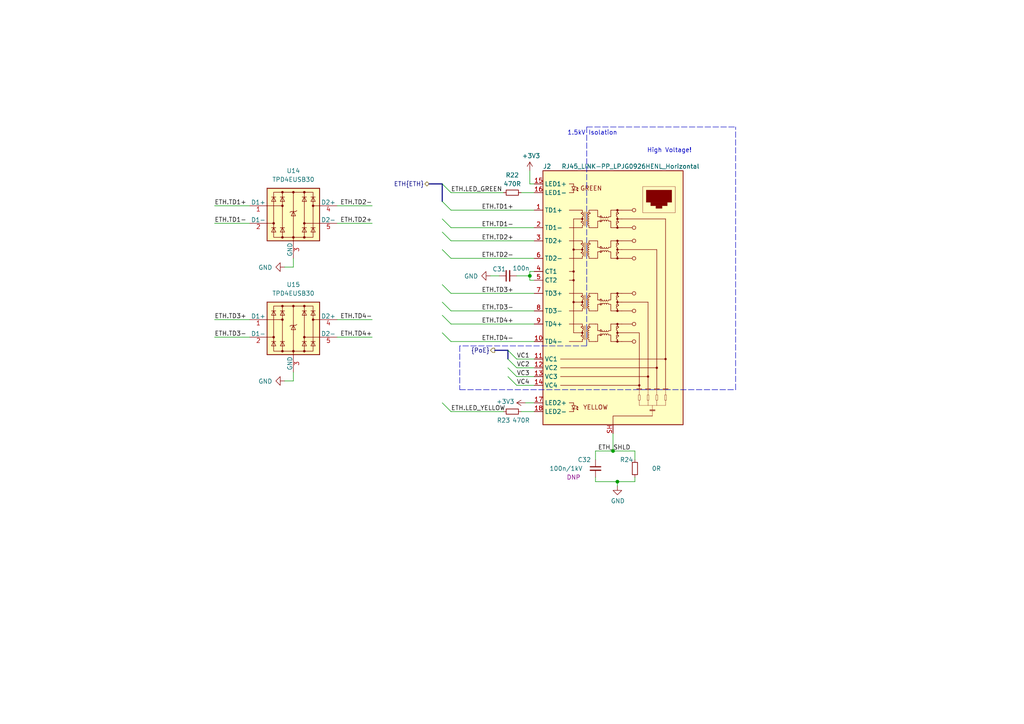
<source format=kicad_sch>
(kicad_sch (version 20210621) (generator eeschema)
  (paper "A4")
  (title_block (title "Ethernet") (date "2021-01-12") (rev "0.1") (company "Nabu Casa") (comment 1 "www.nabucasa.com") (comment 2 "Amber"))
  (lib_symbols
    (symbol "Device:C_Small" (pin_numbers hide) (pin_names (offset 0.254) hide)
      (property "Reference" "C" (at 0.254 1.778 0))
      (property "Value" "C_Small" (at 0.254 -2.032 0))
      (symbol "C_Small_0_1"
        (polyline (pts (xy -1.524 -0.508) (xy 1.524 -0.508)) (stroke (width 0.3302)))
        (polyline (pts (xy -1.524 0.508) (xy 1.524 0.508)) (stroke (width 0.3048)))
      )
      (symbol "C_Small_1_1"
        (pin passive line (at 0 2.54 270) (length 2.032) (name "~") (number "1"))
        (pin passive line (at 0 -2.54 90) (length 2.032) (name "~") (number "2"))
      )
    )
    (symbol "Device:R_Small" (pin_numbers hide) (pin_names (offset 0.254) hide)
      (property "Reference" "R" (at 0.762 0.508 0))
      (property "Value" "R_Small" (at 0.762 -1.016 0))
      (symbol "R_Small_0_1"
        (rectangle (start -0.762 1.778) (end 0.762 -1.778) (stroke (width 0.2032)))
      )
      (symbol "R_Small_1_1"
        (pin passive line (at 0 2.54 270) (length 0.762) (name "~") (number "1"))
        (pin passive line (at 0 -2.54 90) (length 0.762) (name "~") (number "2"))
      )
    )
    (symbol "Amber:RJ45_LINK-PP_LPJG0926HENL_Horizontal"
      (property "Reference" "J" (at -20.32 38.1 0))
      (property "Value" "RJ45_LINK-PP_LPJG0926HENL_Horizontal" (at 5.08 38.1 0))
      (symbol "RJ45_LINK-PP_LPJG0926HENL_Horizontal_0_0"
        (text "GREEN" (at -6.35 31.75 0) (effects (font (size 1.27 1.27))))
        (text "YELLOW" (at -5.08 -31.75 0) (effects (font (size 1.27 1.27))))
        (rectangle (start 7.366 -28.194) (end 7.874 -29.718) (stroke (width 0.0006)))
        (rectangle (start 8.636 32.258) (end 18.034 24.638) (stroke (width 0.0006)))
        (rectangle (start 9.906 -28.194) (end 10.414 -29.718) (stroke (width 0.0006)))
        (rectangle (start 12.446 -28.194) (end 12.954 -29.718) (stroke (width 0.0006)))
        (rectangle (start 14.986 -28.194) (end 15.494 -29.718) (stroke (width 0.0006)))
        (rectangle (start 9.652 31.242) (end 17.018 27.686) (stroke (width 0.0006)) (fill (type outline)))
        (rectangle (start 10.922 27.686) (end 15.748 26.67) (stroke (width 0.0006)) (fill (type outline)))
        (rectangle (start 12.446 26.67) (end 14.224 25.908) (stroke (width 0.0006)) (fill (type outline)))
        (polyline (pts (xy 7.62 -31.242) (xy 15.24 -31.242)) (stroke (width 0.0006)))
        (polyline (pts (xy 7.62 -29.718) (xy 7.62 -31.242)) (stroke (width 0.0006)))
        (polyline (pts (xy 7.62 -26.67) (xy 7.62 -28.194)) (stroke (width 0.0006)))
        (polyline (pts (xy 10.16 -29.718) (xy 10.16 -31.242)) (stroke (width 0.0006)))
        (polyline (pts (xy 10.16 -26.67) (xy 10.16 -28.194)) (stroke (width 0.0006)))
        (polyline (pts (xy 11.43 -34.29) (xy 11.43 -32.766)) (stroke (width 0.0006)))
        (polyline (pts (xy 11.43 -32.512) (xy 11.43 -31.242)) (stroke (width 0.0006)))
        (polyline (pts (xy 12.7 -29.718) (xy 12.7 -31.242)) (stroke (width 0.0006)))
        (polyline (pts (xy 12.7 -26.67) (xy 12.7 -28.194)) (stroke (width 0.0006)))
        (polyline (pts (xy 15.24 -29.718) (xy 15.24 -31.242)) (stroke (width 0.0006)))
        (polyline (pts (xy 15.24 -26.67) (xy 15.24 -28.194)) (stroke (width 0.0006)))
      )
      (symbol "RJ45_LINK-PP_LPJG0926HENL_Horizontal_0_1"
        (arc (start -8.89 -12.065) (end -8.89 -11.43) (radius (at -8.89 -11.7602) (length 0.3048) (angles -89.9 89.9)))
        (arc (start -8.89 -11.43) (end -8.89 -10.795) (radius (at -8.89 -11.1252) (length 0.3048) (angles -89.9 89.9)))
        (arc (start -8.89 -9.525) (end -8.89 -8.89) (radius (at -8.89 -9.2202) (length 0.3048) (angles -89.9 89.9)))
        (arc (start -8.89 -8.89) (end -8.89 -8.255) (radius (at -8.89 -8.5852) (length 0.3048) (angles -89.9 89.9)))
        (arc (start -8.89 -3.175) (end -8.89 -2.54) (radius (at -8.89 -2.8702) (length 0.3048) (angles -89.9 89.9)))
        (arc (start -8.89 -2.54) (end -8.89 -1.905) (radius (at -8.89 -2.2352) (length 0.3048) (angles -89.9 89.9)))
        (arc (start -8.89 -0.635) (end -8.89 0) (radius (at -8.89 -0.3302) (length 0.3048) (angles -89.9 89.9)))
        (arc (start -8.89 0) (end -8.89 0.635) (radius (at -8.89 0.3048) (length 0.3048) (angles -89.9 89.9)))
        (arc (start -8.89 12.065) (end -8.89 12.7) (radius (at -8.89 12.3698) (length 0.3048) (angles -89.9 89.9)))
        (arc (start -8.89 12.7) (end -8.89 13.335) (radius (at -8.89 13.0048) (length 0.3048) (angles -89.9 89.9)))
        (arc (start -8.89 14.605) (end -8.89 15.24) (radius (at -8.89 14.9098) (length 0.3048) (angles -89.9 89.9)))
        (arc (start -8.89 15.24) (end -8.89 15.875) (radius (at -8.89 15.5448) (length 0.3048) (angles -89.9 89.9)))
        (arc (start -8.89 20.955) (end -8.89 21.59) (radius (at -8.89 21.2598) (length 0.3048) (angles -89.9 89.9)))
        (arc (start -8.89 21.59) (end -8.89 22.225) (radius (at -8.89 21.8948) (length 0.3048) (angles -89.9 89.9)))
        (arc (start -8.89 23.495) (end -8.89 24.13) (radius (at -8.89 23.7998) (length 0.3048) (angles -89.9 89.9)))
        (arc (start -8.89 24.13) (end -8.89 24.765) (radius (at -8.89 24.4348) (length 0.3048) (angles -89.9 89.9)))
        (arc (start -6.985 -11.43) (end -6.985 -12.065) (radius (at -6.985 -11.7348) (length 0.3048) (angles 90.1 -90.1)))
        (arc (start -6.985 -10.795) (end -6.985 -11.43) (radius (at -6.985 -11.0998) (length 0.3048) (angles 90.1 -90.1)))
        (arc (start -6.985 -10.16) (end -6.985 -10.795) (radius (at -6.985 -10.4648) (length 0.3048) (angles 90.1 -90.1)))
        (arc (start -6.985 -9.525) (end -6.985 -10.16) (radius (at -6.985 -9.8298) (length 0.3048) (angles 90.1 -90.1)))
        (arc (start -6.985 -8.89) (end -6.985 -9.525) (radius (at -6.985 -9.1948) (length 0.3048) (angles 90.1 -90.1)))
        (arc (start -6.985 -8.255) (end -6.985 -8.89) (radius (at -6.985 -8.5598) (length 0.3048) (angles 90.1 -90.1)))
        (arc (start -6.985 -2.54) (end -6.985 -3.175) (radius (at -6.985 -2.8448) (length 0.3048) (angles 90.1 -90.1)))
        (arc (start -6.985 -1.905) (end -6.985 -2.54) (radius (at -6.985 -2.2098) (length 0.3048) (angles 90.1 -90.1)))
        (arc (start -6.985 -1.27) (end -6.985 -1.905) (radius (at -6.985 -1.5748) (length 0.3048) (angles 90.1 -90.1)))
        (arc (start -6.985 -0.635) (end -6.985 -1.27) (radius (at -6.985 -0.9398) (length 0.3048) (angles 90.1 -90.1)))
        (arc (start -6.985 0) (end -6.985 -0.635) (radius (at -6.985 -0.3048) (length 0.3048) (angles 90.1 -90.1)))
        (arc (start -6.985 0.635) (end -6.985 0) (radius (at -6.985 0.3302) (length 0.3048) (angles 90.1 -90.1)))
        (arc (start -6.985 12.7) (end -6.985 12.065) (radius (at -6.985 12.3952) (length 0.3048) (angles 90.1 -90.1)))
        (arc (start -6.985 13.335) (end -6.985 12.7) (radius (at -6.985 13.0302) (length 0.3048) (angles 90.1 -90.1)))
        (arc (start -6.985 13.97) (end -6.985 13.335) (radius (at -6.985 13.6652) (length 0.3048) (angles 90.1 -90.1)))
        (arc (start -6.985 14.605) (end -6.985 13.97) (radius (at -6.985 14.3002) (length 0.3048) (angles 90.1 -90.1)))
        (arc (start -6.985 15.24) (end -6.985 14.605) (radius (at -6.985 14.9352) (length 0.3048) (angles 90.1 -90.1)))
        (arc (start -6.985 15.875) (end -6.985 15.24) (radius (at -6.985 15.5702) (length 0.3048) (angles 90.1 -90.1)))
        (arc (start -6.985 21.59) (end -6.985 20.955) (radius (at -6.985 21.2852) (length 0.3048) (angles 90.1 -90.1)))
        (arc (start -6.985 22.225) (end -6.985 21.59) (radius (at -6.985 21.9202) (length 0.3048) (angles 90.1 -90.1)))
        (arc (start -6.985 22.86) (end -6.985 22.225) (radius (at -6.985 22.5552) (length 0.3048) (angles 90.1 -90.1)))
        (arc (start -6.985 23.495) (end -6.985 22.86) (radius (at -6.985 23.1902) (length 0.3048) (angles 90.1 -90.1)))
        (arc (start -6.985 24.13) (end -6.985 23.495) (radius (at -6.985 23.8252) (length 0.3048) (angles 90.1 -90.1)))
        (arc (start -6.985 24.765) (end -6.985 24.13) (radius (at -6.985 24.4602) (length 0.3048) (angles 90.1 -90.1)))
        (arc (start -3.81 -9.525) (end -3.175 -9.525) (radius (at -3.5052 -9.525) (length 0.3048) (angles -179.9 -0.1)))
        (arc (start -3.81 -0.635) (end -3.175 -0.635) (radius (at -3.5052 -0.635) (length 0.3048) (angles -179.9 -0.1)))
        (arc (start -3.81 14.605) (end -3.175 14.605) (radius (at -3.5052 14.605) (length 0.3048) (angles -179.9 -0.1)))
        (arc (start -3.81 23.495) (end -3.175 23.495) (radius (at -3.5052 23.495) (length 0.3048) (angles -179.9 -0.1)))
        (arc (start -3.175 -10.795) (end -3.81 -10.795) (radius (at -3.4798 -10.795) (length 0.3048) (angles 0.1 179.9)))
        (arc (start -3.175 -1.905) (end -3.81 -1.905) (radius (at -3.4798 -1.905) (length 0.3048) (angles 0.1 179.9)))
        (arc (start -3.175 13.335) (end -3.81 13.335) (radius (at -3.4798 13.335) (length 0.3048) (angles 0.1 179.9)))
        (arc (start -3.175 22.225) (end -3.81 22.225) (radius (at -3.4798 22.225) (length 0.3048) (angles 0.1 179.9)))
        (arc (start -3.175 -9.525) (end -2.54 -9.525) (radius (at -2.8702 -9.525) (length 0.3048) (angles -179.9 -0.1)))
        (arc (start -3.175 -0.635) (end -2.54 -0.635) (radius (at -2.8702 -0.635) (length 0.3048) (angles -179.9 -0.1)))
        (arc (start -3.175 14.605) (end -2.54 14.605) (radius (at -2.8702 14.605) (length 0.3048) (angles -179.9 -0.1)))
        (arc (start -3.175 23.495) (end -2.54 23.495) (radius (at -2.8702 23.495) (length 0.3048) (angles -179.9 -0.1)))
        (arc (start -2.54 -10.795) (end -3.175 -10.795) (radius (at -2.8448 -10.795) (length 0.3048) (angles 0.1 179.9)))
        (arc (start -2.54 -1.905) (end -3.175 -1.905) (radius (at -2.8448 -1.905) (length 0.3048) (angles 0.1 179.9)))
        (arc (start -2.54 13.335) (end -3.175 13.335) (radius (at -2.8448 13.335) (length 0.3048) (angles 0.1 179.9)))
        (arc (start -2.54 22.225) (end -3.175 22.225) (radius (at -2.8448 22.225) (length 0.3048) (angles 0.1 179.9)))
        (arc (start -2.54 -9.525) (end -1.905 -9.525) (radius (at -2.2352 -9.525) (length 0.3048) (angles -179.9 -0.1)))
        (arc (start -2.54 -0.635) (end -1.905 -0.635) (radius (at -2.2352 -0.635) (length 0.3048) (angles -179.9 -0.1)))
        (arc (start -2.54 14.605) (end -1.905 14.605) (radius (at -2.2352 14.605) (length 0.3048) (angles -179.9 -0.1)))
        (arc (start -2.54 23.495) (end -1.905 23.495) (radius (at -2.2352 23.495) (length 0.3048) (angles -179.9 -0.1)))
        (arc (start -1.905 -10.795) (end -2.54 -10.795) (radius (at -2.2098 -10.795) (length 0.3048) (angles 0.1 179.9)))
        (arc (start -1.905 -1.905) (end -2.54 -1.905) (radius (at -2.2098 -1.905) (length 0.3048) (angles 0.1 179.9)))
        (arc (start -1.905 13.335) (end -2.54 13.335) (radius (at -2.2098 13.335) (length 0.3048) (angles 0.1 179.9)))
        (arc (start -1.905 22.225) (end -2.54 22.225) (radius (at -2.2098 22.225) (length 0.3048) (angles 0.1 179.9)))
        (arc (start -1.905 -9.525) (end -1.27 -9.525) (radius (at -1.6002 -9.525) (length 0.3048) (angles -179.9 -0.1)))
        (arc (start -1.905 -0.635) (end -1.27 -0.635) (radius (at -1.6002 -0.635) (length 0.3048) (angles -179.9 -0.1)))
        (arc (start -1.905 14.605) (end -1.27 14.605) (radius (at -1.6002 14.605) (length 0.3048) (angles -179.9 -0.1)))
        (arc (start -1.905 23.495) (end -1.27 23.495) (radius (at -1.6002 23.495) (length 0.3048) (angles -179.9 -0.1)))
        (arc (start -1.27 -10.795) (end -1.905 -10.795) (radius (at -1.5748 -10.795) (length 0.3048) (angles 0.1 179.9)))
        (arc (start -1.27 -1.905) (end -1.905 -1.905) (radius (at -1.5748 -1.905) (length 0.3048) (angles 0.1 179.9)))
        (arc (start -1.27 13.335) (end -1.905 13.335) (radius (at -1.5748 13.335) (length 0.3048) (angles 0.1 179.9)))
        (arc (start -1.27 22.225) (end -1.905 22.225) (radius (at -1.5748 22.225) (length 0.3048) (angles 0.1 179.9)))
        (arc (start 1.27 -11.43) (end 1.27 -12.065) (radius (at 1.27 -11.7602) (length 0.3048) (angles 90.1 -90.1)))
        (arc (start 1.27 -10.795) (end 1.27 -11.43) (radius (at 1.27 -11.1252) (length 0.3048) (angles 90.1 -90.1)))
        (arc (start 1.27 -8.89) (end 1.27 -9.525) (radius (at 1.27 -9.2202) (length 0.3048) (angles 90.1 -90.1)))
        (arc (start 1.27 -8.255) (end 1.27 -8.89) (radius (at 1.27 -8.5852) (length 0.3048) (angles 90.1 -90.1)))
        (arc (start 1.27 -2.54) (end 1.27 -3.175) (radius (at 1.27 -2.8702) (length 0.3048) (angles 90.1 -90.1)))
        (arc (start 1.27 -1.905) (end 1.27 -2.54) (radius (at 1.27 -2.2352) (length 0.3048) (angles 90.1 -90.1)))
        (arc (start 1.27 0) (end 1.27 -0.635) (radius (at 1.27 -0.3302) (length 0.3048) (angles 90.1 -90.1)))
        (arc (start 1.27 0.635) (end 1.27 0) (radius (at 1.27 0.3048) (length 0.3048) (angles 90.1 -90.1)))
        (arc (start 1.27 12.7) (end 1.27 12.065) (radius (at 1.27 12.3698) (length 0.3048) (angles 90.1 -90.1)))
        (arc (start 1.27 13.335) (end 1.27 12.7) (radius (at 1.27 13.0048) (length 0.3048) (angles 90.1 -90.1)))
        (arc (start 1.27 15.24) (end 1.27 14.605) (radius (at 1.27 14.9098) (length 0.3048) (angles 90.1 -90.1)))
        (arc (start 1.27 15.875) (end 1.27 15.24) (radius (at 1.27 15.5448) (length 0.3048) (angles 90.1 -90.1)))
        (arc (start 1.27 21.59) (end 1.27 20.955) (radius (at 1.27 21.2598) (length 0.3048) (angles 90.1 -90.1)))
        (arc (start 1.27 22.225) (end 1.27 21.59) (radius (at 1.27 21.8948) (length 0.3048) (angles 90.1 -90.1)))
        (arc (start 1.27 24.13) (end 1.27 23.495) (radius (at 1.27 23.7998) (length 0.3048) (angles 90.1 -90.1)))
        (arc (start 1.27 24.765) (end 1.27 24.13) (radius (at 1.27 24.4348) (length 0.3048) (angles 90.1 -90.1)))
        (circle (center 6.096 -12.7) (radius 0.508))
        (circle (center 6.096 -7.62) (radius 0.508))
        (circle (center 6.096 -3.81) (radius 0.508))
        (circle (center 6.096 1.27) (radius 0.508))
        (circle (center 6.096 11.43) (radius 0.508))
        (circle (center 6.096 16.51) (radius 0.508))
        (circle (center 6.096 20.32) (radius 0.508))
        (circle (center 6.096 25.4) (radius 0.508))
        (circle (center -11.43 -1.27) (radius 0.254) (fill (type outline)))
        (circle (center -11.43 5.08) (radius 0.254) (fill (type outline)))
        (circle (center -11.43 7.62) (radius 0.254) (fill (type outline)))
        (circle (center -11.43 13.97) (radius 0.254) (fill (type outline)))
        (circle (center -9.144 -11.049) (radius 0.127) (fill (type outline)))
        (circle (center -9.144 -8.509) (radius 0.127) (fill (type outline)))
        (circle (center -9.144 -2.159) (radius 0.127) (fill (type outline)))
        (circle (center -9.144 0.381) (radius 0.127) (fill (type outline)))
        (circle (center -9.144 13.081) (radius 0.127) (fill (type outline)))
        (circle (center -9.144 15.621) (radius 0.127) (fill (type outline)))
        (circle (center -9.144 21.971) (radius 0.127) (fill (type outline)))
        (circle (center -9.144 24.511) (radius 0.127) (fill (type outline)))
        (circle (center -8.89 -10.16) (radius 0.254) (fill (type outline)))
        (circle (center -8.89 -1.27) (radius 0.254) (fill (type outline)))
        (circle (center -8.89 13.97) (radius 0.254) (fill (type outline)))
        (circle (center -8.89 22.86) (radius 0.254) (fill (type outline)))
        (circle (center -6.731 -8.509) (radius 0.127) (fill (type outline)))
        (circle (center -6.731 0.381) (radius 0.127) (fill (type outline)))
        (circle (center -6.731 15.621) (radius 0.127) (fill (type outline)))
        (circle (center -6.731 24.511) (radius 0.127) (fill (type outline)))
        (circle (center -3.5306 -10.8966) (radius 0.127) (fill (type outline)))
        (circle (center -3.5306 -9.3726) (radius 0.127) (fill (type outline)))
        (circle (center -3.5306 -2.0066) (radius 0.127) (fill (type outline)))
        (circle (center -3.5306 -0.4826) (radius 0.127) (fill (type outline)))
        (circle (center -3.5306 13.2334) (radius 0.127) (fill (type outline)))
        (circle (center -3.5306 14.7574) (radius 0.127) (fill (type outline)))
        (circle (center -3.5306 22.1234) (radius 0.127) (fill (type outline)))
        (circle (center -3.5306 23.6474) (radius 0.127) (fill (type outline)))
        (circle (center 1.27 -12.7) (radius 0.254) (fill (type outline)))
        (circle (center 1.27 -10.16) (radius 0.254) (fill (type outline)))
        (circle (center 1.27 -7.62) (radius 0.254) (fill (type outline)))
        (circle (center 1.27 -3.81) (radius 0.254) (fill (type outline)))
        (circle (center 1.27 -1.27) (radius 0.254) (fill (type outline)))
        (circle (center 1.27 1.27) (radius 0.254) (fill (type outline)))
        (circle (center 1.27 11.43) (radius 0.254) (fill (type outline)))
        (circle (center 1.27 13.97) (radius 0.254) (fill (type outline)))
        (circle (center 1.27 16.51) (radius 0.254) (fill (type outline)))
        (circle (center 1.27 20.32) (radius 0.254) (fill (type outline)))
        (circle (center 1.27 22.86) (radius 0.254) (fill (type outline)))
        (circle (center 1.27 25.4) (radius 0.254) (fill (type outline)))
        (circle (center 1.524 -11.049) (radius 0.127) (fill (type outline)))
        (circle (center 1.524 -8.509) (radius 0.127) (fill (type outline)))
        (circle (center 1.524 -2.159) (radius 0.127) (fill (type outline)))
        (circle (center 1.524 0.381) (radius 0.127) (fill (type outline)))
        (circle (center 1.524 13.081) (radius 0.127) (fill (type outline)))
        (circle (center 1.524 15.621) (radius 0.127) (fill (type outline)))
        (circle (center 1.524 21.971) (radius 0.127) (fill (type outline)))
        (circle (center 1.524 24.511) (radius 0.127) (fill (type outline)))
        (circle (center 7.62 -25.4) (radius 0.254) (fill (type outline)))
        (circle (center 10.16 -22.86) (radius 0.254) (fill (type outline)))
        (circle (center 12.7 -20.32) (radius 0.254) (fill (type outline)))
        (circle (center 15.24 -17.78) (radius 0.254) (fill (type outline)))
        (rectangle (start -20.32 36.83) (end 20.32 -36.83) (stroke (width 0.254)) (fill (type background)))
        (polyline (pts (xy -15.24 -25.4) (xy 7.62 -25.4)))
        (polyline (pts (xy -15.24 -22.86) (xy 10.16 -22.86)))
        (polyline (pts (xy -15.24 -20.32) (xy 12.7 -20.32)))
        (polyline (pts (xy -15.24 -17.78) (xy 15.24 -17.78)))
        (polyline (pts (xy -12.7 -12.7) (xy -8.89 -12.7)))
        (polyline (pts (xy -12.7 -7.62) (xy -8.89 -7.62)))
        (polyline (pts (xy -12.7 -3.81) (xy -8.89 -3.81)))
        (polyline (pts (xy -12.7 1.27) (xy -8.89 1.27)))
        (polyline (pts (xy -12.7 5.08) (xy -11.43 5.08)))
        (polyline (pts (xy -12.7 7.62) (xy -11.43 7.62)))
        (polyline (pts (xy -12.7 11.43) (xy -8.89 11.43)))
        (polyline (pts (xy -12.7 16.51) (xy -8.89 16.51)))
        (polyline (pts (xy -12.7 20.32) (xy -8.89 20.32)))
        (polyline (pts (xy -12.7 25.4) (xy -8.89 25.4)))
        (polyline (pts (xy -11.43 -10.16) (xy -11.43 22.86)))
        (polyline (pts (xy -11.43 -10.16) (xy -8.89 -10.16)))
        (polyline (pts (xy -11.43 -1.27) (xy -8.89 -1.27)))
        (polyline (pts (xy -11.43 13.97) (xy -8.89 13.97)))
        (polyline (pts (xy -11.43 22.86) (xy -8.89 22.86)))
        (polyline (pts (xy -8.89 -12.7) (xy -8.89 -12.065)))
        (polyline (pts (xy -8.89 -10.16) (xy -8.89 -10.795)))
        (polyline (pts (xy -8.89 -10.16) (xy -8.89 -9.525)))
        (polyline (pts (xy -8.89 -7.62) (xy -8.89 -8.255)))
        (polyline (pts (xy -8.89 -3.81) (xy -8.89 -3.175)))
        (polyline (pts (xy -8.89 -1.27) (xy -8.89 -1.905)))
        (polyline (pts (xy -8.89 -1.27) (xy -8.89 -0.635)))
        (polyline (pts (xy -8.89 1.27) (xy -8.89 0.635)))
        (polyline (pts (xy -8.89 11.43) (xy -8.89 12.065)))
        (polyline (pts (xy -8.89 13.97) (xy -8.89 13.335)))
        (polyline (pts (xy -8.89 13.97) (xy -8.89 14.605)))
        (polyline (pts (xy -8.89 16.51) (xy -8.89 15.875)))
        (polyline (pts (xy -8.89 20.32) (xy -8.89 20.955)))
        (polyline (pts (xy -8.89 22.86) (xy -8.89 22.225)))
        (polyline (pts (xy -8.89 22.86) (xy -8.89 23.495)))
        (polyline (pts (xy -8.89 25.4) (xy -8.89 24.765)))
        (polyline (pts (xy -8.128 -12.192) (xy -8.128 -8.128)))
        (polyline (pts (xy -8.128 -3.302) (xy -8.128 0.762)))
        (polyline (pts (xy -8.128 11.938) (xy -8.128 16.002)))
        (polyline (pts (xy -8.128 20.828) (xy -8.128 24.892)))
        (polyline (pts (xy -7.62 -12.192) (xy -7.62 -8.128)))
        (polyline (pts (xy -7.62 -3.302) (xy -7.62 0.762)))
        (polyline (pts (xy -7.62 11.938) (xy -7.62 16.002)))
        (polyline (pts (xy -7.62 20.828) (xy -7.62 24.892)))
        (polyline (pts (xy -4.445 -9.525) (xy -3.81 -9.525)))
        (polyline (pts (xy -4.445 -0.635) (xy -3.81 -0.635)))
        (polyline (pts (xy -4.445 14.605) (xy -3.81 14.605)))
        (polyline (pts (xy -4.445 23.495) (xy -3.81 23.495)))
        (polyline (pts (xy -0.635 -12.7) (xy 0.635 -12.7)))
        (polyline (pts (xy -0.635 -7.62) (xy 0.635 -7.62)))
        (polyline (pts (xy -0.635 -3.81) (xy 0.635 -3.81)))
        (polyline (pts (xy -0.635 1.27) (xy 0.635 1.27)))
        (polyline (pts (xy -0.635 11.43) (xy 0.635 11.43)))
        (polyline (pts (xy -0.635 16.51) (xy 0.635 16.51)))
        (polyline (pts (xy -0.635 20.32) (xy 0.635 20.32)))
        (polyline (pts (xy -0.635 25.4) (xy 0.635 25.4)))
        (polyline (pts (xy 1.27 -12.7) (xy 1.27 -12.065)))
        (polyline (pts (xy 1.27 -10.16) (xy 1.27 -10.795)))
        (polyline (pts (xy 1.27 -10.16) (xy 1.27 -9.525)))
        (polyline (pts (xy 1.27 -7.62) (xy 1.27 -8.255)))
        (polyline (pts (xy 1.27 -3.81) (xy 1.27 -3.175)))
        (polyline (pts (xy 1.27 -1.27) (xy 1.27 -1.905)))
        (polyline (pts (xy 1.27 -1.27) (xy 1.27 -0.635)))
        (polyline (pts (xy 1.27 1.27) (xy 1.27 0.635)))
        (polyline (pts (xy 1.27 11.43) (xy 1.27 12.065)))
        (polyline (pts (xy 1.27 13.97) (xy 1.27 13.335)))
        (polyline (pts (xy 1.27 13.97) (xy 1.27 14.605)))
        (polyline (pts (xy 1.27 16.51) (xy 1.27 15.875)))
        (polyline (pts (xy 1.27 20.32) (xy 1.27 20.955)))
        (polyline (pts (xy 1.27 22.86) (xy 1.27 22.225)))
        (polyline (pts (xy 1.27 22.86) (xy 1.27 23.495)))
        (polyline (pts (xy 1.27 25.4) (xy 1.27 24.765)))
        (polyline (pts (xy 2.54 -12.7) (xy 1.27 -12.7)))
        (polyline (pts (xy 2.54 -12.7) (xy 5.588 -12.7)))
        (polyline (pts (xy 2.54 -10.16) (xy 1.27 -10.16)))
        (polyline (pts (xy 2.54 -10.16) (xy 7.62 -10.16)))
        (polyline (pts (xy 2.54 -7.62) (xy 1.27 -7.62)))
        (polyline (pts (xy 2.54 -7.62) (xy 5.588 -7.62)))
        (polyline (pts (xy 2.54 -3.81) (xy 1.27 -3.81)))
        (polyline (pts (xy 2.54 -3.81) (xy 5.588 -3.81)))
        (polyline (pts (xy 2.54 -1.27) (xy 1.27 -1.27)))
        (polyline (pts (xy 2.54 -1.27) (xy 10.16 -1.27)))
        (polyline (pts (xy 2.54 1.27) (xy 1.27 1.27)))
        (polyline (pts (xy 2.54 1.27) (xy 5.588 1.27)))
        (polyline (pts (xy 2.54 11.43) (xy 1.27 11.43)))
        (polyline (pts (xy 2.54 11.43) (xy 5.588 11.43)))
        (polyline (pts (xy 2.54 13.97) (xy 1.27 13.97)))
        (polyline (pts (xy 2.54 13.97) (xy 12.7 13.97)))
        (polyline (pts (xy 2.54 16.51) (xy 1.27 16.51)))
        (polyline (pts (xy 2.54 16.51) (xy 5.588 16.51)))
        (polyline (pts (xy 2.54 20.32) (xy 1.27 20.32)))
        (polyline (pts (xy 2.54 20.32) (xy 5.588 20.32)))
        (polyline (pts (xy 2.54 22.86) (xy 1.27 22.86)))
        (polyline (pts (xy 2.54 25.4) (xy 1.27 25.4)))
        (polyline (pts (xy 2.54 25.4) (xy 5.588 25.4)))
        (polyline (pts (xy 7.62 -26.416) (xy 7.62 -10.16)))
        (polyline (pts (xy 8.382 -26.67) (xy 6.858 -26.67)))
        (polyline (pts (xy 8.382 -26.416) (xy 6.858 -26.416)))
        (polyline (pts (xy 10.16 -26.416) (xy 10.16 -1.27)))
        (polyline (pts (xy 10.922 -26.67) (xy 9.398 -26.67)))
        (polyline (pts (xy 10.922 -26.416) (xy 9.398 -26.416)))
        (polyline (pts (xy 12.192 -32.766) (xy 10.668 -32.766)))
        (polyline (pts (xy 12.192 -32.512) (xy 10.668 -32.512)))
        (polyline (pts (xy 12.7 -26.416) (xy 12.7 13.97)))
        (polyline (pts (xy 13.462 -26.67) (xy 11.938 -26.67)))
        (polyline (pts (xy 13.462 -26.416) (xy 11.938 -26.416)))
        (polyline (pts (xy 15.24 -26.416) (xy 15.24 22.86)))
        (polyline (pts (xy 15.24 22.86) (xy 2.54 22.86)))
        (polyline (pts (xy 16.002 -26.67) (xy 14.478 -26.67)))
        (polyline (pts (xy 16.002 -26.416) (xy 14.478 -26.416)))
        (polyline (pts (xy -6.985 -12.065) (xy -6.985 -12.7) (xy -5.08 -12.7)))
        (polyline (pts (xy -6.985 -8.255) (xy -6.985 -7.62) (xy -5.08 -7.62)))
        (polyline (pts (xy -6.985 -3.175) (xy -6.985 -3.81) (xy -5.08 -3.81)))
        (polyline (pts (xy -6.985 0.635) (xy -6.985 1.27) (xy -5.08 1.27)))
        (polyline (pts (xy -6.985 12.065) (xy -6.985 11.43) (xy -5.08 11.43)))
        (polyline (pts (xy -6.985 15.875) (xy -6.985 16.51) (xy -5.08 16.51)))
        (polyline (pts (xy -6.985 20.955) (xy -6.985 20.32) (xy -5.08 20.32)))
        (polyline (pts (xy -6.985 24.765) (xy -6.985 25.4) (xy -5.08 25.4)))
        (polyline (pts (xy -5.08 -7.62) (xy -4.445 -7.62) (xy -4.445 -9.525)))
        (polyline (pts (xy -5.08 1.27) (xy -4.445 1.27) (xy -4.445 -0.635)))
        (polyline (pts (xy -5.08 16.51) (xy -4.445 16.51) (xy -4.445 14.605)))
        (polyline (pts (xy -5.08 25.4) (xy -4.445 25.4) (xy -4.445 23.495)))
        (polyline (pts (xy -1.27 -10.795) (xy -0.635 -10.795) (xy -0.635 -12.7)))
        (polyline (pts (xy -1.27 -9.525) (xy -0.635 -9.525) (xy -0.635 -7.62)))
        (polyline (pts (xy -1.27 -1.905) (xy -0.635 -1.905) (xy -0.635 -3.81)))
        (polyline (pts (xy -1.27 -0.635) (xy -0.635 -0.635) (xy -0.635 1.27)))
        (polyline (pts (xy -1.27 13.335) (xy -0.635 13.335) (xy -0.635 11.43)))
        (polyline (pts (xy -1.27 14.605) (xy -0.635 14.605) (xy -0.635 16.51)))
        (polyline (pts (xy -1.27 22.225) (xy -0.635 22.225) (xy -0.635 20.32)))
        (polyline (pts (xy -1.27 23.495) (xy -0.635 23.495) (xy -0.635 25.4)))
        (polyline (pts (xy 0.635 -12.7) (xy 1.27 -12.7) (xy 1.27 -12.065)))
        (polyline (pts (xy 0.635 -7.62) (xy 1.27 -7.62) (xy 1.27 -8.255)))
        (polyline (pts (xy 0.635 -3.81) (xy 1.27 -3.81) (xy 1.27 -3.175)))
        (polyline (pts (xy 0.635 1.27) (xy 1.27 1.27) (xy 1.27 0.635)))
        (polyline (pts (xy 0.635 11.43) (xy 1.27 11.43) (xy 1.27 12.065)))
        (polyline (pts (xy 0.635 16.51) (xy 1.27 16.51) (xy 1.27 15.875)))
        (polyline (pts (xy 0.635 20.32) (xy 1.27 20.32) (xy 1.27 20.955)))
        (polyline (pts (xy 0.635 25.4) (xy 1.27 25.4) (xy 1.27 24.765)))
        (polyline (pts (xy 11.43 -34.29) (xy 0 -34.29) (xy 0 -36.83)))
        (polyline (pts (xy -5.08 -12.7) (xy -4.445 -12.7) (xy -4.445 -10.795) (xy -3.81 -10.795)))
        (polyline (pts (xy -5.08 -3.81) (xy -4.445 -3.81) (xy -4.445 -1.905) (xy -3.81 -1.905)))
        (polyline (pts (xy -5.08 11.43) (xy -4.445 11.43) (xy -4.445 13.335) (xy -3.81 13.335)))
        (polyline (pts (xy -5.08 20.32) (xy -4.445 20.32) (xy -4.445 22.225) (xy -3.81 22.225)))
      )
      (symbol "RJ45_LINK-PP_LPJG0926HENL_Horizontal_1_1"
        (polyline (pts (xy -12.7 -33.02) (xy -11.43 -33.02)))
        (polyline (pts (xy -12.7 -30.48) (xy -11.43 -30.48)))
        (polyline (pts (xy -12.7 30.48) (xy -11.43 30.48)))
        (polyline (pts (xy -12.7 33.02) (xy -11.43 33.02)))
        (polyline (pts (xy -11.938 -32.258) (xy -10.922 -32.258)))
        (polyline (pts (xy -11.938 31.242) (xy -10.922 31.242)))
        (polyline (pts (xy -11.43 -33.02) (xy -11.43 -32.258)))
        (polyline (pts (xy -11.43 -30.48) (xy -11.43 -31.242)))
        (polyline (pts (xy -11.43 30.48) (xy -11.43 31.242)))
        (polyline (pts (xy -11.43 33.02) (xy -11.43 32.258)))
        (polyline (pts (xy -10.16 -32.512) (xy -10.287 -32.131)))
        (polyline (pts (xy -10.16 -31.877) (xy -10.287 -31.496)))
        (polyline (pts (xy -10.16 30.988) (xy -10.287 31.369)))
        (polyline (pts (xy -10.16 31.623) (xy -10.287 32.004)))
        (polyline (pts (xy -10.668 -32.004) (xy -10.16 -32.512) (xy -10.541 -32.385)))
        (polyline (pts (xy -10.668 -31.369) (xy -10.16 -31.877) (xy -10.541 -31.75)))
        (polyline (pts (xy -10.668 31.496) (xy -10.16 30.988) (xy -10.541 31.115)))
        (polyline (pts (xy -10.668 32.131) (xy -10.16 31.623) (xy -10.541 31.75)))
        (polyline (pts (xy -11.43 -32.258) (xy -11.938 -31.242) (xy -10.922 -31.242) (xy -11.43 -32.258)))
        (polyline (pts (xy -11.43 31.242) (xy -11.938 32.258) (xy -10.922 32.258) (xy -11.43 31.242)))
        (pin passive line (at -22.86 25.4 0) (length 2.54) (name "TD1+") (number "1"))
        (pin passive line (at -22.86 -12.7 0) (length 2.54) (name "TD4-") (number "10"))
        (pin passive line (at -22.86 -17.78 0) (length 2.54) (name "VC1") (number "11"))
        (pin passive line (at -22.86 -20.32 0) (length 2.54) (name "VC2") (number "12"))
        (pin passive line (at -22.86 -22.86 0) (length 2.54) (name "VC3") (number "13"))
        (pin passive line (at -22.86 -25.4 0) (length 2.54) (name "VC4") (number "14"))
        (pin passive line (at -22.86 33.02 0) (length 2.54) (name "LED1+") (number "15"))
        (pin passive line (at -22.86 30.48 0) (length 2.54) (name "LED1-") (number "16"))
        (pin passive line (at -22.86 -30.48 0) (length 2.54) (name "LED2+") (number "17"))
        (pin passive line (at -22.86 -33.02 0) (length 2.54) (name "LED2-") (number "18"))
        (pin passive line (at -22.86 20.32 0) (length 2.54) (name "TD1-") (number "2"))
        (pin passive line (at -22.86 16.51 0) (length 2.54) (name "TD2+") (number "3"))
        (pin passive line (at -22.86 7.62 0) (length 2.54) (name "CT1") (number "4"))
        (pin passive line (at -22.86 5.08 0) (length 2.54) (name "CT2") (number "5"))
        (pin passive line (at -22.86 11.43 0) (length 2.54) (name "TD2-") (number "6"))
        (pin passive line (at -22.86 1.27 0) (length 2.54) (name "TD3+") (number "7"))
        (pin passive line (at -22.86 -3.81 0) (length 2.54) (name "TD3-") (number "8"))
        (pin passive line (at -22.86 -7.62 0) (length 2.54) (name "TD4+") (number "9"))
        (pin passive line (at 0 -39.37 90) (length 2.54) (name "~") (number "SH"))
      )
    )
    (symbol "Amber:TPD4EUSB30" (pin_names (offset 0))
      (property "Reference" "U" (at -0.635 8.89 0))
      (property "Value" "TPD4EUSB30" (at 8.89 -10.16 0))
      (symbol "TPD4EUSB30_0_0"
        (rectangle (start -5.715 6.477) (end 5.715 -6.604))
        (polyline (pts (xy -3.175 -6.604) (xy -3.175 6.477)))
        (polyline (pts (xy 0 6.477) (xy 0 -6.604)))
        (polyline (pts (xy 3.175 6.477) (xy 3.175 -6.604)))
      )
      (symbol "TPD4EUSB30_0_1"
        (circle (center -5.715 -2.54) (radius 0.2794) (fill (type outline)))
        (circle (center -3.175 -6.604) (radius 0.2794) (fill (type outline)))
        (circle (center -3.175 2.54) (radius 0.2794) (fill (type outline)))
        (circle (center -3.175 6.477) (radius 0.2794) (fill (type outline)))
        (circle (center 0 -6.604) (radius 0.2794) (fill (type outline)))
        (circle (center 0 6.477) (radius 0.2794) (fill (type outline)))
        (circle (center 3.175 -6.604) (radius 0.2794) (fill (type outline)))
        (circle (center 3.175 -2.54) (radius 0.2794) (fill (type outline)))
        (circle (center 3.175 6.477) (radius 0.2794) (fill (type outline)))
        (circle (center 5.715 2.54) (radius 0.2794) (fill (type outline)))
        (rectangle (start -7.62 7.62) (end 7.62 -7.62) (stroke (width 0.254)) (fill (type background)))
        (polyline (pts (xy -7.747 2.54) (xy -3.175 2.54)))
        (polyline (pts (xy -7.62 -2.54) (xy -5.715 -2.54)))
        (polyline (pts (xy -5.08 -3.81) (xy -6.35 -3.81)))
        (polyline (pts (xy -5.08 5.08) (xy -6.35 5.08)))
        (polyline (pts (xy -2.54 -3.81) (xy -3.81 -3.81)))
        (polyline (pts (xy -2.54 5.08) (xy -3.81 5.08)))
        (polyline (pts (xy -0.635 0.889) (xy -1.016 0.635)))
        (polyline (pts (xy 0 -6.604) (xy 0 -7.62)))
        (polyline (pts (xy 0.635 0.889) (xy -0.635 0.889)))
        (polyline (pts (xy 0.635 0.889) (xy 1.016 1.143)))
        (polyline (pts (xy 3.81 -3.81) (xy 2.54 -3.81)))
        (polyline (pts (xy 3.81 5.08) (xy 2.54 5.08)))
        (polyline (pts (xy 6.35 -3.81) (xy 5.08 -3.81)))
        (polyline (pts (xy 6.35 5.08) (xy 5.08 5.08)))
        (polyline (pts (xy 7.62 -2.54) (xy 3.175 -2.54)))
        (polyline (pts (xy 7.62 2.54) (xy 5.715 2.54)))
        (polyline (pts (xy -5.08 -5.08) (xy -6.35 -5.08) (xy -5.715 -3.81) (xy -5.08 -5.08)))
        (polyline (pts (xy -5.08 3.81) (xy -6.35 3.81) (xy -5.715 5.08) (xy -5.08 3.81)))
        (polyline (pts (xy -2.54 -5.08) (xy -3.81 -5.08) (xy -3.175 -3.81) (xy -2.54 -5.08)))
        (polyline (pts (xy -2.54 3.81) (xy -3.81 3.81) (xy -3.175 5.08) (xy -2.54 3.81)))
        (polyline (pts (xy 0.635 -0.381) (xy -0.635 -0.381) (xy 0 0.889) (xy 0.635 -0.381)))
        (polyline (pts (xy 3.81 -5.08) (xy 2.54 -5.08) (xy 3.175 -3.81) (xy 3.81 -5.08)))
        (polyline (pts (xy 3.81 3.81) (xy 2.54 3.81) (xy 3.175 5.08) (xy 3.81 3.81)))
        (polyline (pts (xy 6.35 -5.08) (xy 5.08 -5.08) (xy 5.715 -3.81) (xy 6.35 -5.08)))
        (polyline (pts (xy 6.35 3.81) (xy 5.08 3.81) (xy 5.715 5.08) (xy 6.35 3.81)))
      )
      (symbol "TPD4EUSB30_1_1"
        (pin passive line (at -12.7 2.54 0) (length 5.08) (name "D1+") (number "1"))
        (pin passive line (at -12.7 2.54 0) (length 5.08) hide (name "D1+") (number "10"))
        (pin passive line (at -12.7 -2.54 0) (length 5.08) (name "D1-") (number "2"))
        (pin power_in line (at 0 -12.7 90) (length 5.08) (name "GND") (number "3"))
        (pin passive line (at 12.7 2.54 180) (length 5.08) (name "D2+") (number "4"))
        (pin passive line (at 12.7 -2.54 180) (length 5.08) (name "D2-") (number "5"))
        (pin passive line (at 12.7 -2.54 180) (length 5.08) hide (name "D2-") (number "6"))
        (pin passive line (at 12.7 2.54 180) (length 5.08) hide (name "D2+") (number "7"))
        (pin passive line (at 0 -12.7 90) (length 5.08) hide (name "GND") (number "8"))
        (pin passive line (at -12.7 -2.54 0) (length 5.08) hide (name "D1-") (number "9"))
      )
    )
    (symbol "Power_Protection:TPD4EUSB30_1" (pin_names (offset 0))
      (property "Reference" "U" (at -0.635 8.89 0))
      (property "Value" "TPD4EUSB30" (at 8.89 -10.16 0))
      (symbol "TPD4EUSB30_1_0_0"
        (rectangle (start -5.715 6.477) (end 5.715 -6.604))
        (polyline (pts (xy -3.175 -6.604) (xy -3.175 6.477)))
        (polyline (pts (xy 0 6.477) (xy 0 -6.604)))
        (polyline (pts (xy 3.175 6.477) (xy 3.175 -6.604)))
      )
      (symbol "TPD4EUSB30_1_0_1"
        (circle (center -5.715 -2.54) (radius 0.2794) (fill (type outline)))
        (circle (center -3.175 -6.604) (radius 0.2794) (fill (type outline)))
        (circle (center -3.175 2.54) (radius 0.2794) (fill (type outline)))
        (circle (center -3.175 6.477) (radius 0.2794) (fill (type outline)))
        (circle (center 0 -6.604) (radius 0.2794) (fill (type outline)))
        (circle (center 0 6.477) (radius 0.2794) (fill (type outline)))
        (circle (center 3.175 -6.604) (radius 0.2794) (fill (type outline)))
        (circle (center 3.175 -2.54) (radius 0.2794) (fill (type outline)))
        (circle (center 3.175 6.477) (radius 0.2794) (fill (type outline)))
        (circle (center 5.715 2.54) (radius 0.2794) (fill (type outline)))
        (rectangle (start -7.62 7.62) (end 7.62 -7.62) (stroke (width 0.254)) (fill (type background)))
        (polyline (pts (xy -7.747 2.54) (xy -3.175 2.54)))
        (polyline (pts (xy -7.62 -2.54) (xy -5.715 -2.54)))
        (polyline (pts (xy -5.08 -3.81) (xy -6.35 -3.81)))
        (polyline (pts (xy -5.08 5.08) (xy -6.35 5.08)))
        (polyline (pts (xy -2.54 -3.81) (xy -3.81 -3.81)))
        (polyline (pts (xy -2.54 5.08) (xy -3.81 5.08)))
        (polyline (pts (xy -0.635 0.889) (xy -1.016 0.635)))
        (polyline (pts (xy 0 -6.604) (xy 0 -7.62)))
        (polyline (pts (xy 0.635 0.889) (xy -0.635 0.889)))
        (polyline (pts (xy 0.635 0.889) (xy 1.016 1.143)))
        (polyline (pts (xy 3.81 -3.81) (xy 2.54 -3.81)))
        (polyline (pts (xy 3.81 5.08) (xy 2.54 5.08)))
        (polyline (pts (xy 6.35 -3.81) (xy 5.08 -3.81)))
        (polyline (pts (xy 6.35 5.08) (xy 5.08 5.08)))
        (polyline (pts (xy 7.62 -2.54) (xy 3.175 -2.54)))
        (polyline (pts (xy 7.62 2.54) (xy 5.715 2.54)))
        (polyline (pts (xy -5.08 -5.08) (xy -6.35 -5.08) (xy -5.715 -3.81) (xy -5.08 -5.08)))
        (polyline (pts (xy -5.08 3.81) (xy -6.35 3.81) (xy -5.715 5.08) (xy -5.08 3.81)))
        (polyline (pts (xy -2.54 -5.08) (xy -3.81 -5.08) (xy -3.175 -3.81) (xy -2.54 -5.08)))
        (polyline (pts (xy -2.54 3.81) (xy -3.81 3.81) (xy -3.175 5.08) (xy -2.54 3.81)))
        (polyline (pts (xy 0.635 -0.381) (xy -0.635 -0.381) (xy 0 0.889) (xy 0.635 -0.381)))
        (polyline (pts (xy 3.81 -5.08) (xy 2.54 -5.08) (xy 3.175 -3.81) (xy 3.81 -5.08)))
        (polyline (pts (xy 3.81 3.81) (xy 2.54 3.81) (xy 3.175 5.08) (xy 3.81 3.81)))
        (polyline (pts (xy 6.35 -5.08) (xy 5.08 -5.08) (xy 5.715 -3.81) (xy 6.35 -5.08)))
        (polyline (pts (xy 6.35 3.81) (xy 5.08 3.81) (xy 5.715 5.08) (xy 6.35 3.81)))
      )
      (symbol "TPD4EUSB30_1_1_1"
        (pin passive line (at -12.7 2.54 0) (length 5.08) (name "D1+") (number "1"))
        (pin passive line (at -12.7 2.54 0) (length 5.08) hide (name "D1+") (number "10"))
        (pin passive line (at -12.7 -2.54 0) (length 5.08) (name "D1-") (number "2"))
        (pin power_in line (at 0 -12.7 90) (length 5.08) (name "GND") (number "3"))
        (pin passive line (at 12.7 2.54 180) (length 5.08) (name "D2+") (number "4"))
        (pin passive line (at 12.7 -2.54 180) (length 5.08) (name "D2-") (number "5"))
        (pin passive line (at 12.7 -2.54 180) (length 5.08) hide (name "D2-") (number "6"))
        (pin passive line (at 12.7 2.54 180) (length 5.08) hide (name "D2+") (number "7"))
        (pin passive line (at 0 -12.7 90) (length 5.08) hide (name "GND") (number "8"))
        (pin passive line (at -12.7 -2.54 0) (length 5.08) hide (name "D1-") (number "9"))
      )
    )
    (symbol "power:+3V3" (power) (pin_names (offset 0))
      (property "Value" "+3V3" (at 0 3.556 0))
      (symbol "+3V3_0_1"
        (polyline (pts (xy -0.762 1.27) (xy 0 2.54)))
        (polyline (pts (xy 0 0) (xy 0 2.54)))
        (polyline (pts (xy 0 2.54) (xy 0.762 1.27)))
      )
      (symbol "+3V3_1_1"
        (pin power_in line (at 0 0 90) (length 0) hide (name "+3V3") (number "1"))
      )
    )
    (symbol "power:GND" (power) (pin_names (offset 0))
      (property "Value" "GND" (at 0 -3.81 0))
      (symbol "GND_0_1"
        (polyline (pts (xy 0 0) (xy 0 -1.27) (xy 1.27 -1.27) (xy 0 -2.54) (xy -1.27 -1.27) (xy 0 -1.27)))
      )
      (symbol "GND_1_1"
        (pin power_in line (at 0 0 270) (length 0) hide (name "GND") (number "1"))
      )
    )
  )
  (bus_alias "PoE" (members "VC1" "VC2" "VC3" "VC4"))
  (bus_alias "ETH" (members "TD1+" "TD1-" "TD2+" "TD2-" "TD3+" "TD3-" "TD4+" "TD4-" "LED_YELLOW" "LED_GREEN"))
  (junction (at 153.67 80.01) (diameter 0.9144))
  (junction (at 177.8 130.81) (diameter 0.9144))
  (junction (at 179.07 139.7) (diameter 0.9144))
  (bus_entry (at 128.27 53.34) (size 2.54 2.54) (stroke (width 0.1524)))
  (bus_entry (at 128.27 58.42) (size 2.54 2.54) (stroke (width 0.1524)))
  (bus_entry (at 128.27 63.5) (size 2.54 2.54) (stroke (width 0.1524)))
  (bus_entry (at 128.27 67.31) (size 2.54 2.54) (stroke (width 0.1524)))
  (bus_entry (at 128.27 72.39) (size 2.54 2.54) (stroke (width 0.1524)))
  (bus_entry (at 128.27 82.55) (size 2.54 2.54) (stroke (width 0.1524)))
  (bus_entry (at 128.27 87.63) (size 2.54 2.54) (stroke (width 0.1524)))
  (bus_entry (at 128.27 91.44) (size 2.54 2.54) (stroke (width 0.1524)))
  (bus_entry (at 128.27 96.52) (size 2.54 2.54) (stroke (width 0.1524)))
  (bus_entry (at 128.27 116.84) (size 2.54 2.54) (stroke (width 0.1524)))
  (bus_entry (at 149.86 104.14) (size -2.54 -2.54) (stroke (width 0.1524)))
  (bus_entry (at 149.86 106.68) (size -2.54 -2.54) (stroke (width 0.1524)))
  (bus_entry (at 149.86 109.22) (size -2.54 -2.54) (stroke (width 0.1524)))
  (bus_entry (at 149.86 111.76) (size -2.54 -2.54) (stroke (width 0.1524)))
  (wire (pts (xy 62.23 59.69) (xy 72.39 59.69)))
  (wire (pts (xy 62.23 64.77) (xy 72.39 64.77)))
  (wire (pts (xy 62.23 92.71) (xy 72.39 92.71)))
  (wire (pts (xy 62.23 97.79) (xy 72.39 97.79)))
  (wire (pts (xy 85.09 74.93) (xy 85.09 77.47)))
  (wire (pts (xy 85.09 77.47) (xy 82.55 77.47)))
  (wire (pts (xy 85.09 107.95) (xy 85.09 110.49)))
  (wire (pts (xy 85.09 110.49) (xy 82.55 110.49)))
  (wire (pts (xy 97.79 59.69) (xy 107.95 59.69)))
  (wire (pts (xy 97.79 64.77) (xy 107.95 64.77)))
  (wire (pts (xy 97.79 92.71) (xy 107.95 92.71)))
  (wire (pts (xy 97.79 97.79) (xy 107.95 97.79)))
  (wire (pts (xy 130.81 55.88) (xy 146.05 55.88)))
  (wire (pts (xy 130.81 60.96) (xy 154.94 60.96)))
  (wire (pts (xy 130.81 66.04) (xy 154.94 66.04)))
  (wire (pts (xy 130.81 69.85) (xy 154.94 69.85)))
  (wire (pts (xy 130.81 74.93) (xy 154.94 74.93)))
  (wire (pts (xy 130.81 85.09) (xy 154.94 85.09)))
  (wire (pts (xy 130.81 90.17) (xy 154.94 90.17)))
  (wire (pts (xy 130.81 93.98) (xy 154.94 93.98)))
  (wire (pts (xy 130.81 99.06) (xy 154.94 99.06)))
  (wire (pts (xy 130.81 119.38) (xy 146.05 119.38)))
  (wire (pts (xy 142.24 80.01) (xy 144.78 80.01)))
  (wire (pts (xy 149.86 80.01) (xy 153.67 80.01)))
  (wire (pts (xy 149.86 104.14) (xy 154.94 104.14)))
  (wire (pts (xy 149.86 106.68) (xy 154.94 106.68)))
  (wire (pts (xy 149.86 109.22) (xy 154.94 109.22)))
  (wire (pts (xy 149.86 111.76) (xy 154.94 111.76)))
  (wire (pts (xy 151.13 55.88) (xy 154.94 55.88)))
  (wire (pts (xy 151.13 119.38) (xy 154.94 119.38)))
  (wire (pts (xy 152.4 116.84) (xy 154.94 116.84)))
  (wire (pts (xy 153.67 53.34) (xy 153.67 49.53)))
  (wire (pts (xy 153.67 78.74) (xy 153.67 80.01)))
  (wire (pts (xy 153.67 80.01) (xy 153.67 81.28)))
  (wire (pts (xy 153.67 81.28) (xy 154.94 81.28)))
  (wire (pts (xy 154.94 53.34) (xy 153.67 53.34)))
  (wire (pts (xy 154.94 78.74) (xy 153.67 78.74)))
  (wire (pts (xy 172.72 130.81) (xy 172.72 133.35)))
  (wire (pts (xy 172.72 138.43) (xy 172.72 139.7)))
  (wire (pts (xy 172.72 139.7) (xy 179.07 139.7)))
  (wire (pts (xy 177.8 125.73) (xy 177.8 130.81)))
  (wire (pts (xy 177.8 130.81) (xy 172.72 130.81)))
  (wire (pts (xy 179.07 139.7) (xy 179.07 140.97)))
  (wire (pts (xy 179.07 139.7) (xy 184.15 139.7)))
  (wire (pts (xy 184.15 130.81) (xy 177.8 130.81)))
  (wire (pts (xy 184.15 133.35) (xy 184.15 130.81)))
  (wire (pts (xy 184.15 139.7) (xy 184.15 138.43)))
  (bus (pts (xy 124.46 53.34) (xy 128.27 53.34)))
  (bus (pts (xy 128.27 53.34) (xy 128.27 116.84)))
  (bus (pts (xy 143.51 101.6) (xy 147.32 101.6)))
  (bus (pts (xy 147.32 101.6) (xy 147.32 109.22)))
  (polyline (pts (xy 133.35 100.33) (xy 133.35 113.03)) (stroke (width 0) (type dash)))
  (polyline (pts (xy 133.35 113.03) (xy 213.36 113.03)) (stroke (width 0) (type dash)))
  (polyline (pts (xy 170.18 36.83) (xy 170.18 100.33)) (stroke (width 0) (type dash)))
  (polyline (pts (xy 170.18 36.83) (xy 213.36 36.83)) (stroke (width 0) (type dash)))
  (polyline (pts (xy 170.18 100.33) (xy 133.35 100.33)) (stroke (width 0) (type dash)))
  (polyline (pts (xy 213.36 113.03) (xy 213.36 36.83)) (stroke (width 0) (type dash)))
  (text "1.5kV Isolation" (at 179.07 39.37 180) (effects (font (size 1.27 1.27)) (justify right bottom)))
  (text "High Voltage!" (at 200.66 44.45 180) (effects (font (size 1.27 1.27)) (justify right bottom)))
  (label "ETH.TD1+" (at 62.23 59.69 0))
  (label "ETH.TD1-" (at 62.23 64.77 0))
  (label "ETH.TD3+" (at 62.23 92.71 0))
  (label "ETH.TD3-" (at 62.23 97.79 0))
  (label "ETH.TD2-" (at 107.95 59.69 180))
  (label "ETH.TD2+" (at 107.95 64.77 180))
  (label "ETH.TD4-" (at 107.95 92.71 180))
  (label "ETH.TD4+" (at 107.95 97.79 180))
  (label "ETH.LED_GREEN" (at 130.81 55.88 0))
  (label "ETH.LED_YELLOW" (at 130.81 119.38 0))
  (label "ETH.TD1+" (at 139.7 60.96 0))
  (label "ETH.TD1-" (at 139.7 66.04 0))
  (label "ETH.TD2+" (at 139.7 69.85 0))
  (label "ETH.TD2-" (at 139.7 74.93 0))
  (label "ETH.TD3+" (at 139.7 85.09 0))
  (label "ETH.TD3-" (at 139.7 90.17 0))
  (label "ETH.TD4+" (at 139.7 93.98 0))
  (label "ETH.TD4-" (at 139.7 99.06 0))
  (label "VC1" (at 149.86 104.14 0))
  (label "VC2" (at 149.86 106.68 0))
  (label "VC3" (at 149.86 109.22 0))
  (label "VC4" (at 149.86 111.76 0))
  (label "ETH_SHLD" (at 182.88 130.81 180))
  (hierarchical_label "ETH{ETH}" (shape bidirectional) (at 124.46 53.34 180))
  (hierarchical_label "{PoE}" (shape output) (at 143.51 101.6 180))
  (symbol (lib_id "power:+3V3") (at 152.4 116.84 90) (unit 1)
    (property "Reference" "#PWR087" (effects hide))
    (property "Value" "+3V3" (at 149.2249 116.4717 90) (effects (justify left)))
  )
  (symbol (lib_id "power:+3V3") (at 153.67 49.53 0) (unit 1)
    (property "Reference" "#PWR088" (effects hide))
    (property "Value" "+3V3" (at 154.0383 45.2056 0))
  )
  (symbol (lib_id "power:GND") (at 82.55 77.47 270) (unit 1)
    (property "Reference" "#PWR084" (effects hide))
    (property "Value" "GND" (at 76.9556 77.5843 90))
  )
  (symbol (lib_id "power:GND") (at 82.55 110.49 270) (unit 1)
    (property "Reference" "#PWR085" (effects hide))
    (property "Value" "GND" (at 76.9556 110.6043 90))
  )
  (symbol (lib_id "power:GND") (at 142.24 80.01 270) (unit 1)
    (property "Reference" "#PWR086" (effects hide))
    (property "Value" "GND" (at 136.6456 80.1243 90))
  )
  (symbol (lib_id "power:GND") (at 179.07 140.97 0) (unit 1)
    (property "Reference" "#PWR089" (effects hide))
    (property "Value" "GND" (at 179.1843 145.2944 0))
  )
  (symbol (lib_id "Device:R_Small") (at 148.59 55.88 90) (unit 1)
    (property "Reference" "R22" (at 148.59 50.8 90))
    (property "Value" "470R" (at 148.59 53.34 90))
    (property "Footprint" "Resistor_SMD:R_0402_1005Metric" (effects hide))
  )
  (symbol (lib_id "Device:R_Small") (at 148.59 119.38 90) (unit 1)
    (property "Reference" "R23" (at 146.05 121.92 90))
    (property "Value" "470R" (at 151.13 121.92 90))
    (property "Footprint" "Resistor_SMD:R_0402_1005Metric" (effects hide))
  )
  (symbol (lib_id "Device:R_Small") (at 184.15 135.89 180) (unit 1)
    (property "Reference" "R24" (at 181.7432 133.35 0))
    (property "Value" "0R" (at 190.392 135.89 0))
    (property "Footprint" "Resistor_SMD:R_1206_3216Metric" (effects hide))
  )
  (symbol (lib_id "Device:C_Small") (at 147.32 80.01 90) (unit 1)
    (property "Reference" "C31" (at 144.78 78.0477 90))
    (property "Value" "100n" (at 151.13 77.806 90))
    (property "Footprint" "Capacitor_SMD:C_0402_1005Metric" (effects hide))
  )
  (symbol (lib_id "Device:C_Small") (at 172.72 135.89 0) (unit 1)
    (property "Reference" "C32" (at 169.4877 133.35 0))
    (property "Value" "100n/1kV" (at 164.166 135.89 0))
    (property "Footprint" "Capacitor_SMD:C_1206_3216Metric" (effects hide))
    (property "Config" "DNP" (at 166.37 138.43 0))
  )
  (symbol (lib_name "Power_Protection:TPD4EUSB30_1") (lib_id "Amber:TPD4EUSB30") (at 85.09 62.23 0) (unit 1)
    (property "Reference" "U14" (at 85.09 49.53 0))
    (property "Value" "TPD4EUSB30" (at 85.09 52.07 0))
    (property "Footprint" "Package_SON:USON-10_2.5x1.0mm_P0.5mm" (effects hide))
    (property "Datasheet" "http://www.ti.com/lit/ds/symlink/tpd2eusb30a.pdf" (effects hide))
    (property "Manufacturer" "Texas Instruments" (effects hide))
    (property "PartNumber" "TPD4EUSB30DQAR" (effects hide))
  )
  (symbol (lib_id "Amber:TPD4EUSB30") (at 85.09 95.25 0) (unit 1)
    (property "Reference" "U15" (at 85.09 82.55 0))
    (property "Value" "TPD4EUSB30" (at 85.09 85.09 0))
    (property "Footprint" "Package_SON:USON-10_2.5x1.0mm_P0.5mm" (effects hide))
    (property "Datasheet" "http://www.ti.com/lit/ds/symlink/tpd2eusb30a.pdf" (effects hide))
    (property "Manufacturer" "Texas Instruments" (effects hide))
    (property "PartNumber" "TPD4EUSB30DQAR" (effects hide))
  )
  (symbol (lib_id "Amber:RJ45_LINK-PP_LPJG0926HENL_Horizontal") (at 177.8 86.36 0) (unit 1)
    (property "Reference" "J2" (at 157.48 48.26 0) (effects (justify left)))
    (property "Value" "RJ45_LINK-PP_LPJG0926HENL_Horizontal" (at 182.88 48.26 0))
    (property "Footprint" "Amber:RJ45_LINK-PP_LPJG0926HENL_Horizontal" (effects hide))
    (property "Datasheet" "http://www.link-pp.com/upload/file/20180411/20180411182938293829.pdf" (effects hide))
    (property "Manufacturer" "LINK-PP" (effects hide))
    (property "PartNumber" "LPJG0926HENL" (effects hide))
  )
)
</source>
